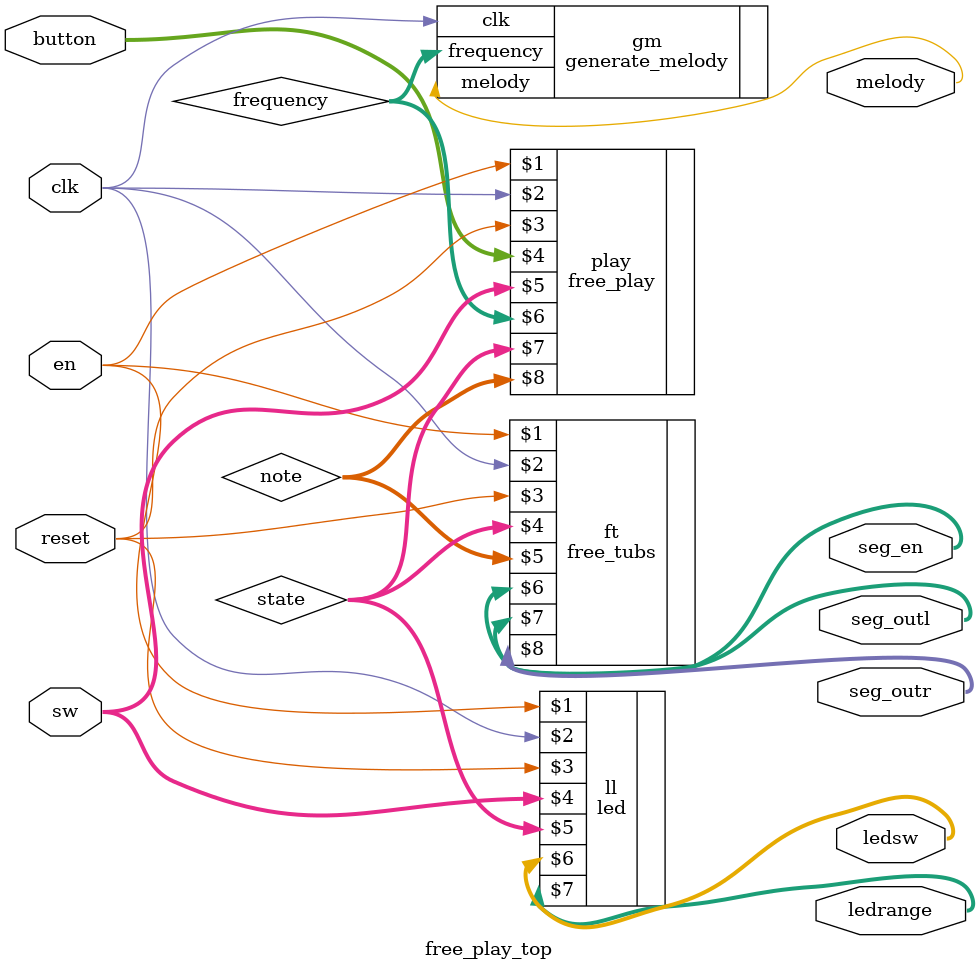
<source format=v>
`timescale 1ns / 1ps


module free_play_top(
 input en,
 input clk, input reset,
 input wire [2:0] button,
 input [7:0] sw,
 output melody,
 output [7:0] ledsw,
 output [7:0] ledrange,
 output [7:0] seg_en,
 output [7:0]seg_outl, //left
 output [7:0]seg_outr //right
    );
    

    
    wire [10:0] frequency;
    wire [1:0] state;
    wire [2:0] note;

    
    free_play play(en, clk, reset, button, sw, frequency, state, note);
    
    led ll(en,clk, reset, sw, state, ledsw, ledrange);
    
    free_tubs ft(en, clk, reset, state, note, seg_en, seg_outl, seg_outr);
    
    
    generate_melody gm(.clk(clk), .frequency(frequency), .melody(melody));
endmodule

</source>
